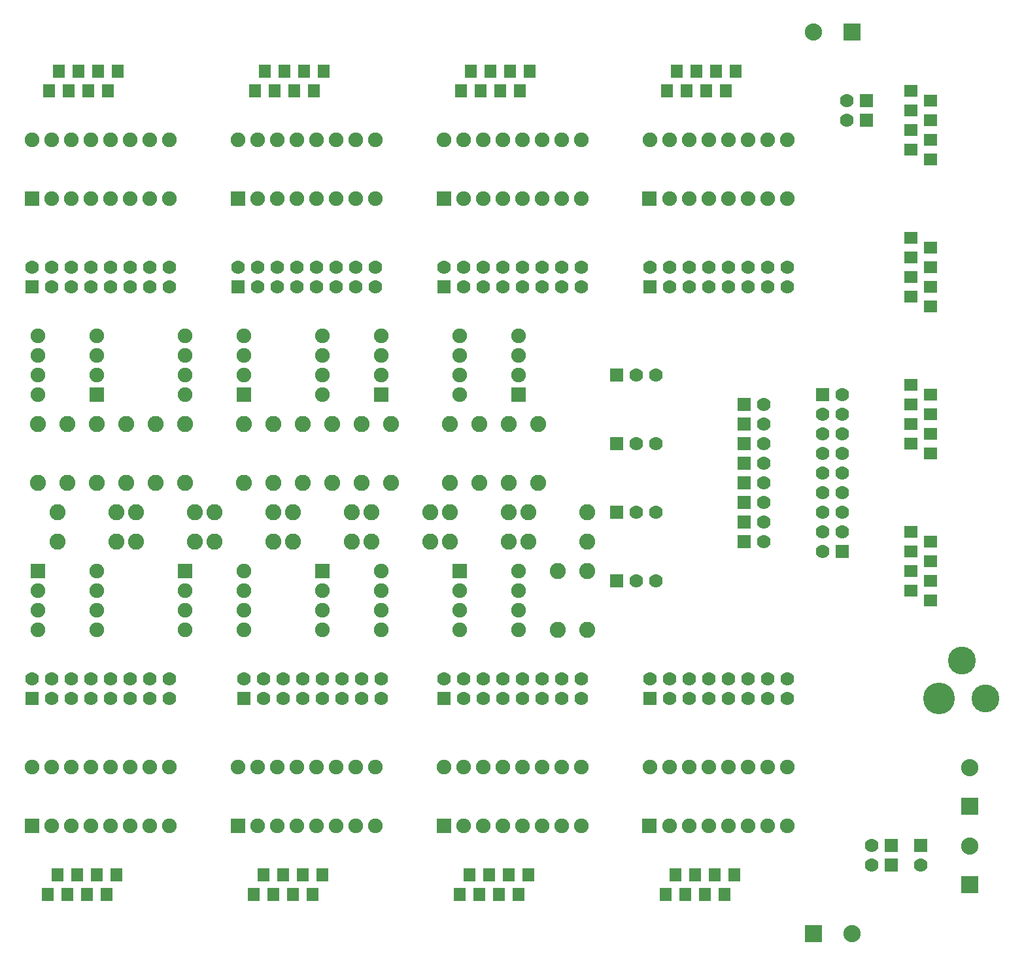
<source format=gbs>
G04 ---------------------------- Layer name :BOTTOM SOLDER LAYER*
G04 EasyEDA v5.8.22, Thu, 20 Dec 2018 20:30:22 GMT*
G04 f422fc89d8fd4efca302d5ffe9b637f2*
G04 Gerber Generator version 0.2*
G04 Scale: 100 percent, Rotated: No, Reflected: No *
G04 Dimensions in millimeters *
G04 leading zeros omitted , absolute positions ,3 integer and 3 decimal *
%FSLAX33Y33*%
%MOMM*%
G90*
G71D02*

%ADD31R,1.498600X1.701800*%
%ADD32R,1.778000X1.778000*%
%ADD33C,1.778000*%
%ADD34R,2.235200X2.235200*%
%ADD35C,2.235200*%
%ADD36R,1.902460X1.902460*%
%ADD37C,1.902460*%
%ADD38R,1.701800X1.498600*%
%ADD39C,3.604260*%
%ADD40C,4.102100*%
%ADD41C,2.082800*%

%LPD*%
G54D31*
G01X93980Y11430D03*
G01X95250Y13970D03*
G01X96520Y11430D03*
G01X97790Y13970D03*
G01X99060Y11430D03*
G01X100330Y13970D03*
G01X101600Y11430D03*
G01X102870Y13970D03*
G54D32*
G01X104140Y74930D03*
G54D33*
G01X106679Y74930D03*
G54D34*
G01X133350Y12700D03*
G54D35*
G01X133349Y17704D03*
G54D36*
G01X67310Y53339D03*
G54D37*
G01X67311Y50798D03*
G01X67311Y48258D03*
G01X67311Y45718D03*
G01X74931Y45718D03*
G01X74931Y48258D03*
G01X74931Y50798D03*
G01X74931Y53338D03*
G54D32*
G01X87632Y78737D03*
G54D33*
G01X90171Y78738D03*
G01X92711Y78738D03*
G01X114299Y55880D03*
G54D32*
G01X116840Y55880D03*
G54D31*
G01X67310Y11430D03*
G01X68580Y13970D03*
G01X69850Y11430D03*
G01X71120Y13970D03*
G01X72390Y11430D03*
G01X73660Y13970D03*
G01X74930Y11430D03*
G01X76200Y13970D03*
G54D36*
G01X49529Y53340D03*
G54D37*
G01X49529Y50800D03*
G01X49529Y48260D03*
G01X49529Y45720D03*
G01X57149Y45720D03*
G01X57149Y48260D03*
G01X57149Y50800D03*
G01X57149Y53340D03*
G54D31*
G01X40640Y11430D03*
G01X41910Y13970D03*
G01X43180Y11430D03*
G01X44450Y13970D03*
G01X45720Y11430D03*
G01X46990Y13970D03*
G01X48260Y11430D03*
G01X49530Y13970D03*
G54D36*
G01X31749Y53340D03*
G54D37*
G01X31749Y50800D03*
G01X31749Y48260D03*
G01X31749Y45720D03*
G01X39369Y45720D03*
G01X39369Y48260D03*
G01X39369Y50800D03*
G01X39369Y53340D03*
G54D31*
G01X13972Y11430D03*
G01X15242Y13970D03*
G01X16512Y11430D03*
G01X17782Y13970D03*
G01X19052Y11430D03*
G01X20322Y13970D03*
G01X21592Y11430D03*
G01X22862Y13970D03*
G54D36*
G01X12700Y53339D03*
G54D37*
G01X12701Y50798D03*
G01X12701Y48258D03*
G01X12701Y45718D03*
G01X20321Y45718D03*
G01X20321Y48258D03*
G01X20321Y50798D03*
G01X20321Y53338D03*
G54D31*
G01X103047Y118110D03*
G01X101777Y115570D03*
G01X100507Y118110D03*
G01X99237Y115570D03*
G01X97967Y118110D03*
G01X96697Y115570D03*
G01X95427Y118110D03*
G01X94157Y115570D03*
G54D36*
G01X74929Y76200D03*
G54D37*
G01X74929Y78740D03*
G01X74929Y81280D03*
G01X74929Y83820D03*
G01X67309Y83820D03*
G01X67309Y81280D03*
G01X67309Y78740D03*
G01X67309Y76200D03*
G54D31*
G01X76377Y118107D03*
G01X75107Y115567D03*
G01X73837Y118107D03*
G01X72567Y115567D03*
G01X71297Y118107D03*
G01X70027Y115567D03*
G01X68757Y118107D03*
G01X67487Y115567D03*
G54D36*
G01X57150Y76199D03*
G54D37*
G01X57151Y78738D03*
G01X57151Y81278D03*
G01X57151Y83818D03*
G01X49531Y83818D03*
G01X49531Y81278D03*
G01X49531Y78738D03*
G01X49531Y76198D03*
G54D31*
G01X49707Y118110D03*
G01X48437Y115570D03*
G01X47167Y118110D03*
G01X45897Y115570D03*
G01X44627Y118110D03*
G01X43357Y115570D03*
G01X42087Y118110D03*
G01X40817Y115570D03*
G54D36*
G01X39370Y76199D03*
G54D37*
G01X39371Y78738D03*
G01X39371Y81278D03*
G01X39371Y83818D03*
G01X31751Y83818D03*
G01X31751Y81278D03*
G01X31751Y78738D03*
G01X31751Y76198D03*
G54D31*
G01X23040Y118110D03*
G01X21770Y115570D03*
G01X20500Y118110D03*
G01X19230Y115570D03*
G01X17960Y118110D03*
G01X16690Y115570D03*
G01X15420Y118110D03*
G01X14150Y115570D03*
G54D36*
G01X20320Y76199D03*
G54D37*
G01X20321Y78738D03*
G01X20321Y81278D03*
G01X20321Y83818D03*
G01X12701Y83818D03*
G01X12701Y81278D03*
G01X12701Y78738D03*
G01X12701Y76198D03*
G54D32*
G01X87632Y69847D03*
G54D33*
G01X90171Y69848D03*
G01X92711Y69848D03*
G54D32*
G01X87632Y60957D03*
G54D33*
G01X90173Y60957D03*
G01X92713Y60957D03*
G54D32*
G01X87630Y52070D03*
G54D33*
G01X90169Y52070D03*
G01X92709Y52070D03*
G01X117400Y114300D03*
G54D32*
G01X119941Y114300D03*
G54D33*
G01X117400Y111758D03*
G54D32*
G01X119941Y111757D03*
G54D33*
G01X120649Y17780D03*
G54D32*
G01X123190Y17780D03*
G54D33*
G01X120649Y15238D03*
G54D32*
G01X123190Y15240D03*
G54D36*
G01X91908Y20321D03*
G54D37*
G01X94449Y20320D03*
G01X96989Y20320D03*
G01X99529Y20320D03*
G01X102069Y20320D03*
G01X104609Y20320D03*
G01X107149Y20320D03*
G01X109689Y20320D03*
G01X109689Y27940D03*
G01X107149Y27940D03*
G01X104609Y27940D03*
G01X102069Y27940D03*
G01X99529Y27940D03*
G01X96989Y27940D03*
G01X94449Y27940D03*
G01X91909Y27940D03*
G54D36*
G01X65241Y20321D03*
G54D37*
G01X67780Y20320D03*
G01X70320Y20320D03*
G01X72860Y20320D03*
G01X75400Y20320D03*
G01X77940Y20320D03*
G01X80480Y20320D03*
G01X83020Y20320D03*
G01X83020Y27940D03*
G01X80480Y27940D03*
G01X77940Y27940D03*
G01X75400Y27940D03*
G01X72860Y27940D03*
G01X70320Y27940D03*
G01X67780Y27940D03*
G01X65240Y27940D03*
G54D32*
G01X104140Y72390D03*
G54D33*
G01X106679Y72390D03*
G54D36*
G01X38571Y20321D03*
G54D37*
G01X41110Y20320D03*
G01X43650Y20320D03*
G01X46190Y20320D03*
G01X48730Y20320D03*
G01X51270Y20320D03*
G01X53810Y20320D03*
G01X56350Y20320D03*
G01X56350Y27940D03*
G01X53810Y27940D03*
G01X51270Y27940D03*
G01X48730Y27940D03*
G01X46190Y27940D03*
G01X43650Y27940D03*
G01X41110Y27940D03*
G01X38570Y27940D03*
G54D32*
G01X104140Y69850D03*
G54D33*
G01X106679Y69850D03*
G54D36*
G01X11901Y20321D03*
G54D37*
G01X14441Y20320D03*
G01X16981Y20320D03*
G01X19521Y20320D03*
G01X22061Y20320D03*
G01X24601Y20320D03*
G01X27141Y20320D03*
G01X29681Y20320D03*
G01X29681Y27940D03*
G01X27141Y27940D03*
G01X24601Y27940D03*
G01X22061Y27940D03*
G01X19521Y27940D03*
G01X16981Y27940D03*
G01X14441Y27940D03*
G01X11901Y27940D03*
G54D32*
G01X104142Y67307D03*
G54D33*
G01X106681Y67308D03*
G54D36*
G01X91908Y101601D03*
G54D37*
G01X94449Y101600D03*
G01X96989Y101600D03*
G01X99529Y101600D03*
G01X102069Y101600D03*
G01X104609Y101600D03*
G01X107149Y101600D03*
G01X109689Y101600D03*
G01X109689Y109220D03*
G01X107149Y109220D03*
G01X104609Y109220D03*
G01X102069Y109220D03*
G01X99529Y109220D03*
G01X96989Y109220D03*
G01X94449Y109220D03*
G01X91909Y109220D03*
G54D32*
G01X104140Y64770D03*
G54D33*
G01X106679Y64770D03*
G54D36*
G01X65241Y101601D03*
G54D37*
G01X67780Y101600D03*
G01X70320Y101600D03*
G01X72860Y101600D03*
G01X75400Y101600D03*
G01X77940Y101600D03*
G01X80480Y101600D03*
G01X83020Y101600D03*
G01X83020Y109220D03*
G01X80480Y109220D03*
G01X77940Y109220D03*
G01X75400Y109220D03*
G01X72860Y109220D03*
G01X70320Y109220D03*
G01X67780Y109220D03*
G01X65240Y109220D03*
G54D32*
G01X104140Y62230D03*
G54D33*
G01X106679Y62230D03*
G54D36*
G01X38571Y101601D03*
G54D37*
G01X41110Y101600D03*
G01X43650Y101600D03*
G01X46190Y101600D03*
G01X48730Y101600D03*
G01X51270Y101600D03*
G01X53810Y101600D03*
G01X56350Y101600D03*
G01X56350Y109220D03*
G01X53810Y109220D03*
G01X51270Y109220D03*
G01X48730Y109220D03*
G01X46190Y109220D03*
G01X43650Y109220D03*
G01X41110Y109220D03*
G01X38570Y109220D03*
G54D32*
G01X104140Y59690D03*
G54D33*
G01X106679Y59690D03*
G54D32*
G01X104140Y57150D03*
G54D33*
G01X106679Y57150D03*
G54D38*
G01X128272Y49527D03*
G01X125732Y50797D03*
G01X128272Y52067D03*
G01X125732Y53337D03*
G01X128272Y54607D03*
G01X125732Y55877D03*
G01X128272Y57147D03*
G01X125732Y58417D03*
G01X128272Y68577D03*
G01X125732Y69847D03*
G01X128272Y71117D03*
G01X125732Y72387D03*
G01X128272Y73657D03*
G01X125732Y74927D03*
G01X128272Y76197D03*
G01X125732Y77467D03*
G01X128272Y87627D03*
G01X125732Y88897D03*
G01X128272Y90167D03*
G01X125732Y91437D03*
G01X128272Y92707D03*
G01X125732Y93977D03*
G01X128272Y95247D03*
G01X125732Y96517D03*
G01X128272Y106677D03*
G01X125732Y107947D03*
G01X128272Y109217D03*
G01X125732Y110487D03*
G01X128272Y111757D03*
G01X125732Y113027D03*
G01X128272Y114297D03*
G01X125732Y115567D03*
G54D34*
G01X113108Y6350D03*
G54D35*
G01X118111Y6348D03*
G54D34*
G01X118112Y123187D03*
G54D35*
G01X113107Y123188D03*
G54D34*
G01X133352Y22860D03*
G54D35*
G01X133351Y27862D03*
G54D39*
G01X135408Y36828D03*
G01X132360Y41730D03*
G54D40*
G01X129414Y36828D03*
G54D33*
G01X126999Y15240D03*
G54D32*
G01X127000Y17780D03*
G54D36*
G01X11901Y101601D03*
G54D37*
G01X14441Y101600D03*
G01X16981Y101600D03*
G01X19521Y101600D03*
G01X22061Y101600D03*
G01X24601Y101600D03*
G01X27141Y101600D03*
G01X29681Y101600D03*
G01X29681Y109220D03*
G01X27141Y109220D03*
G01X24601Y109220D03*
G01X22061Y109220D03*
G01X19521Y109220D03*
G01X16981Y109220D03*
G01X14441Y109220D03*
G01X11901Y109220D03*
G54D33*
G01X109689Y39370D03*
G01X109689Y36830D03*
G01X107149Y39370D03*
G01X107149Y36830D03*
G01X104609Y39370D03*
G01X104609Y36830D03*
G01X102069Y39370D03*
G01X102069Y36830D03*
G01X99529Y39370D03*
G01X99529Y36830D03*
G01X96989Y39370D03*
G01X96989Y36830D03*
G01X94449Y39370D03*
G01X94449Y36830D03*
G01X91909Y39370D03*
G54D32*
G01X91909Y36830D03*
G54D33*
G01X83020Y39370D03*
G01X83020Y36830D03*
G01X80480Y39370D03*
G01X80480Y36830D03*
G01X77940Y39370D03*
G01X77940Y36830D03*
G01X75400Y39370D03*
G01X75400Y36830D03*
G01X72860Y39370D03*
G01X72860Y36830D03*
G01X70320Y39370D03*
G01X70320Y36830D03*
G01X67780Y39370D03*
G01X67780Y36830D03*
G01X65240Y39370D03*
G54D32*
G01X65239Y36830D03*
G54D33*
G01X57149Y39370D03*
G01X57149Y36830D03*
G01X54609Y39370D03*
G01X54609Y36830D03*
G01X52069Y39370D03*
G01X52069Y36830D03*
G01X49529Y39370D03*
G01X49529Y36830D03*
G01X46989Y39370D03*
G01X46989Y36830D03*
G01X44449Y39370D03*
G01X44449Y36830D03*
G01X41909Y39370D03*
G01X41909Y36830D03*
G01X39369Y39370D03*
G54D32*
G01X39370Y36830D03*
G54D33*
G01X29681Y39370D03*
G01X29681Y36830D03*
G01X27141Y39370D03*
G01X27141Y36830D03*
G01X24601Y39370D03*
G01X24601Y36830D03*
G01X22061Y39370D03*
G01X22061Y36830D03*
G01X19521Y39370D03*
G01X19521Y36830D03*
G01X16981Y39370D03*
G01X16981Y36830D03*
G01X14441Y39370D03*
G01X14441Y36830D03*
G01X11901Y39370D03*
G54D32*
G01X11902Y36830D03*
G54D33*
G01X109689Y92710D03*
G01X109689Y90170D03*
G01X107149Y92710D03*
G01X107149Y90170D03*
G01X104609Y92710D03*
G01X104609Y90170D03*
G01X102069Y92710D03*
G01X102069Y90170D03*
G01X99529Y92710D03*
G01X99529Y90170D03*
G01X96989Y92710D03*
G01X96989Y90170D03*
G01X94449Y92710D03*
G01X94449Y90170D03*
G01X91909Y92710D03*
G54D32*
G01X91909Y90170D03*
G54D33*
G01X83020Y92710D03*
G01X83020Y90170D03*
G01X80480Y92710D03*
G01X80480Y90170D03*
G01X77940Y92710D03*
G01X77940Y90170D03*
G01X75400Y92710D03*
G01X75400Y90170D03*
G01X72860Y92710D03*
G01X72860Y90170D03*
G01X70320Y92710D03*
G01X70320Y90170D03*
G01X67780Y92710D03*
G01X67780Y90170D03*
G01X65240Y92710D03*
G54D32*
G01X65239Y90170D03*
G54D33*
G01X56350Y92710D03*
G01X56350Y90170D03*
G01X53810Y92710D03*
G01X53810Y90170D03*
G01X51270Y92710D03*
G01X51270Y90170D03*
G01X48730Y92710D03*
G01X48730Y90170D03*
G01X46190Y92710D03*
G01X46190Y90170D03*
G01X43650Y92710D03*
G01X43650Y90170D03*
G01X41110Y92710D03*
G01X41110Y90170D03*
G01X38570Y92710D03*
G54D32*
G01X38569Y90170D03*
G54D33*
G01X29681Y92710D03*
G01X29681Y90170D03*
G01X27141Y92710D03*
G01X27141Y90170D03*
G01X24601Y92710D03*
G01X24601Y90170D03*
G01X22061Y92710D03*
G01X22061Y90170D03*
G01X19521Y92710D03*
G01X19521Y90170D03*
G01X16981Y92710D03*
G01X16981Y90170D03*
G01X14441Y92710D03*
G01X14441Y90170D03*
G01X11901Y92710D03*
G54D32*
G01X11902Y90170D03*
G54D33*
G01X116839Y58420D03*
G01X114299Y58420D03*
G01X116839Y60960D03*
G01X114299Y60960D03*
G01X116839Y63500D03*
G01X114299Y63500D03*
G01X116839Y66040D03*
G01X114299Y66040D03*
G01X116839Y68580D03*
G01X114299Y68580D03*
G01X116839Y71120D03*
G01X114299Y71120D03*
G01X116839Y73660D03*
G01X114299Y73660D03*
G01X116839Y76200D03*
G54D32*
G01X114300Y76200D03*
G54D41*
G01X83821Y60958D03*
G01X76201Y60958D03*
G01X83819Y57150D03*
G01X76199Y57150D03*
G01X83821Y45718D03*
G01X83821Y53338D03*
G01X80009Y45720D03*
G01X80009Y53340D03*
G01X63501Y57148D03*
G01X55881Y57148D03*
G01X66041Y60958D03*
G01X73661Y60958D03*
G01X55883Y60957D03*
G01X63503Y60957D03*
G01X66043Y57147D03*
G01X73663Y57147D03*
G01X43181Y60958D03*
G01X35561Y60958D03*
G01X45721Y60958D03*
G01X53341Y60958D03*
G01X43181Y57148D03*
G01X35561Y57148D03*
G01X45721Y57148D03*
G01X53341Y57148D03*
G01X22859Y60960D03*
G01X15239Y60960D03*
G01X22859Y57150D03*
G01X15239Y57150D03*
G01X25399Y60960D03*
G01X33019Y60960D03*
G01X25399Y57150D03*
G01X33019Y57150D03*
G01X73659Y64770D03*
G01X73659Y72390D03*
G01X77471Y64768D03*
G01X77471Y72388D03*
G01X66041Y72388D03*
G01X66041Y64768D03*
G01X69851Y72388D03*
G01X69851Y64768D03*
G01X54611Y64768D03*
G01X54611Y72388D03*
G01X58419Y64770D03*
G01X58419Y72390D03*
G01X50799Y72390D03*
G01X50799Y64770D03*
G01X46989Y72390D03*
G01X46989Y64770D03*
G01X39371Y64768D03*
G01X39371Y72388D03*
G01X43181Y64768D03*
G01X43181Y72388D03*
G01X31749Y72390D03*
G01X31749Y64770D03*
G01X27942Y72388D03*
G01X27942Y64768D03*
G01X20319Y64770D03*
G01X20319Y72390D03*
G01X24131Y64768D03*
G01X24131Y72388D03*
G01X16511Y72388D03*
G01X16511Y64768D03*
G01X12699Y72390D03*
G01X12699Y64770D03*
M00*
M02*

</source>
